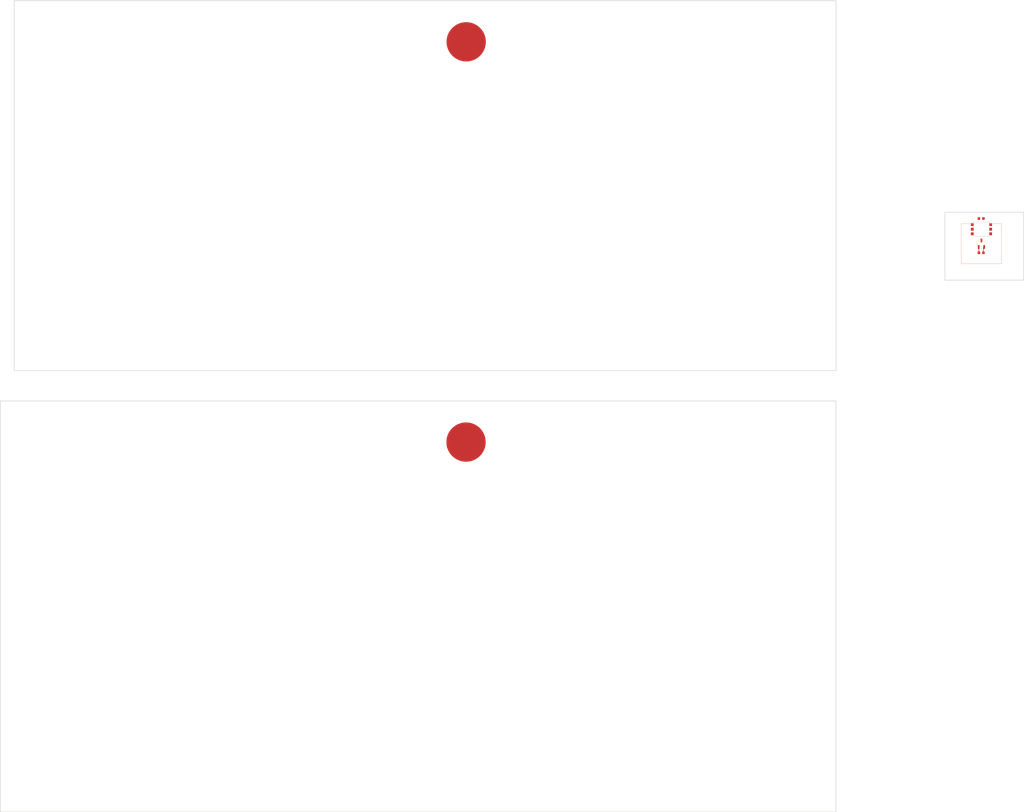
<source format=kicad_pcb>
(kicad_pcb (version 20241229) (generator "pcbnew") (generator_version "9.0")
  (layers (0 "F.Cu" signal) (2 "B.Cu" signal) (13 "F.Paste" user) (15 "B.Paste" user) (5 "F.SilkS" user "F.Silkscreen") (7 "B.SilkS" user "B.Silkscreen") (1 "F.Mask" user) (3 "B.Mask" user) (25 "Edge.Cuts" user))
  (net 0 "")
  (net 1 "Net-(U2-VCC)")
  (net 2 "Net-(U2-GND)")
  (footprint "Harmora_PCB_lib:APA102 LED" (layer "F.Cu") (at 24.7 18)
    (property "Reference" "REF**" (hide yes))
    (property "Value" "APA102 LED" (hide yes))
    (fp_rect (start -2.675 -2.5) (end 2.675 2.5) (stroke (width 0.12)) (fill no) (layer "Edge.Cuts"))
    (pad "1" smd rect (at 3.18 -1.6 180) (size 1 1) (layers "F.Cu" "F.Mask" "F.Paste") (clearance 0.01))
    (pad "2" smd rect (at 3.18 0 180) (size 1 1) (layers "F.Cu" "F.Mask" "F.Paste") (clearance 0.01))
    (pad "3" smd rect (at 3.18 1.6 180) (size 1 1) (layers "F.Cu" "F.Mask" "F.Paste"))
    (pad "4" smd rect (at -3.18 1.6 180) (size 1 1) (layers "F.Cu" "F.Mask" "F.Paste"))
    (pad "5" smd rect (at -3.18 0 180) (size 1 1) (layers "F.Cu" "F.Mask" "F.Paste"))
    (pad "6" smd rect (at -3.18 -1.6 180) (size 1 1) (layers "F.Cu" "F.Mask" "F.Paste"))
  )
  (footprint "Harmora_PCB_lib:0603_C" (layer "F.Cu") (at 24.6 14.3)
    (property "Reference" "REF**" (hide yes))
    (property "Value" "0603_C" (hide yes))
    (fp_line (start -0.14058 -0.51) (end 0.14058 -0.51) (stroke (width 0.12)) (layer "F.SilkS"))
    (fp_line (start -0.14058 0.51) (end 0.14058 0.51) (stroke (width 0.12)) (layer "F.SilkS"))
    (pad "1" smd roundrect (at -0.775 0) (size 0.9 0.95) (layers "F.Cu" "F.Mask" "F.Paste"))
    (pad "2" smd roundrect (at 0.775 0) (size 0.9 0.95) (layers "F.Cu" "F.Mask" "F.Paste"))
  )
  (footprint "Harmora_PCB_lib:SLSS49E-3 Hall Sensor (SOT-23-3)" (layer "F.Cu") (at 24.7 23.05)
    (property "Reference" "U2" (hide yes))
    (property "Value" "SS49E" (hide yes))
    (fp_line (start -1.56 -0.91) (end -0.56 -0.91) (stroke (width 0.12)) (layer "F.SilkS"))
    (fp_line (start -1.56 0.91) (end -1.56 -0.91) (stroke (width 0.12)) (layer "F.SilkS"))
    (fp_line (start -1.51 0.91) (end -1.56 0.91) (stroke (width 0.12)) (layer "F.SilkS"))
    (fp_line (start 0.39 0.91) (end -0.39 0.91) (stroke (width 0.12)) (layer "F.SilkS"))
    (fp_line (start 0.56 -0.91) (end 1.56 -0.91) (stroke (width 0.12)) (layer "F.SilkS"))
    (fp_line (start 1.56 -0.91) (end 1.56 0.91) (stroke (width 0.12)) (layer "F.SilkS"))
    (fp_line (start 1.56 0.91) (end 1.51 0.91) (stroke (width 0.12)) (layer "F.SilkS"))
    (fp_poly (pts (xy -0.38 1.45) (xy -0.05 1.21) (xy -0.05 1.69)) (stroke (width 0.12)) (fill yes) (layer "F.SilkS"))
    (pad "1" smd roundrect (at -0.95 1.1375 90) (size 1.325 0.6) (layers "F.Cu" "F.Mask" "F.Paste") (net 1 "Net-(U2-VCC)"))
    (pad "2" smd roundrect (at 0 -1.1375 90) (size 1.325 0.6) (layers "F.Cu" "F.Mask" "F.Paste"))
    (pad "3" smd roundrect (at 0.95 1.1375 90) (size 1.325 0.6) (layers "F.Cu" "F.Mask" "F.Paste") (net 2 "Net-(U2-GND)"))
  )
  (footprint "Harmora_PCB_lib:0603_C" (layer "F.Cu") (at 24.6 26.2)
    (property "Reference" "C1" (hide yes))
    (property "Value" "100nF" (hide yes))
    (fp_line (start -0.14058 -0.51) (end 0.14058 -0.51) (stroke (width 0.12)) (layer "F.SilkS"))
    (fp_line (start -0.14058 0.51) (end 0.14058 0.51) (stroke (width 0.12)) (layer "F.SilkS"))
    (pad "1" smd roundrect (at -0.775 0) (size 0.9 0.95) (layers "F.Cu" "F.Mask" "F.Paste") (net 1 "Net-(U2-VCC)"))
    (pad "2" smd roundrect (at 0.775 0) (size 0.9 0.95) (layers "F.Cu" "F.Mask" "F.Paste") (net 2 "Net-(U2-GND)"))
  )
  (footprint "Harmora_PCB_lib:Magnetic Switch" (layer "B.Cu") (at 24.7 23.05 180)
    (property "Reference" "REF**" (hide yes))
    (property "Value" "Magnetic Switch" (hide yes))
    (fp_line (start 6.985 6.985) (end 6.985 -6.985) (stroke (width 0.12)) (layer "B.SilkS"))
    (fp_line (start 6.985 6.985) (end 3 6.985) (stroke (width 0.12)) (layer "B.SilkS"))
    (fp_line (start 6.985 -6.985) (end -6.985 -6.985) (stroke (width 0.12)) (layer "B.SilkS"))
    (fp_line (start -6.985 6.985) (end -3 6.985) (stroke (width 0.12)) (layer "B.SilkS"))
    (fp_line (start -6.985 -6.985) (end -6.985 6.985) (stroke (width 0.12)) (layer "B.SilkS"))
    (pad "" np_thru_hole circle (at -5.08 0 180) (size 1.7 1.7) (drill 1.7) (layers "*.Cu" "*.Mask"))
    (pad "" np_thru_hole circle (at 5.08 0 180) (size 1.7 1.7) (drill 1.7) (layers "*.Cu" "*.Mask"))
  )
  (gr_circle (center -154.4875 92.0125) (end -149.725 96.775) (stroke (width 0.2)) (fill yes) (layer "F.Cu"))
  (gr_circle (center -154.429834 -47.145409) (end -149.667334 -42.382909) (stroke (width 0.2)) (fill yes) (layer "F.Cu"))
  (gr_rect (start -316.4125 77.725) (end -25.9 220.6) (stroke (width 0.2)) (fill no) (layer "Edge.Cuts"))
  (gr_rect (start -311.592334 -61.432909) (end -25.842334 67.154591) (stroke (width 0.2)) (fill no) (layer "Edge.Cuts"))
  (gr_rect (start 12 12.1) (end 39.4 35.7) (stroke (width 0.2)) (fill no) (layer "Edge.Cuts"))
  (segment (start 23.825 26.2) (end 23.825 24.2625) (width 0.2) (layer "F.Cu") (net 1))
  (segment (start 23.825 24.2625) (end 23.75 24.1875) (width 0.2) (layer "F.Cu") (net 1))
  (segment (start 25.375 26.2) (end 25.375 24.4625) (width 0.2) (layer "F.Cu") (net 2))
  (segment (start 25.375 24.4625) (end 25.65 24.1875) (width 0.2) (layer "F.Cu") (net 2))
)
</source>
